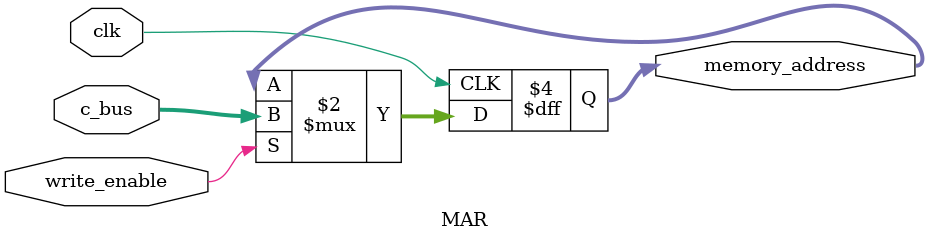
<source format=v>


module MAR (
    input clk,
    input write_enable,
    input [15:0] c_bus,
    output reg [15:0] memory_address
);
    always@(posedge clk)
        begin
            if (write_enable) memory_address <= c_bus;
        end

endmodule


</source>
